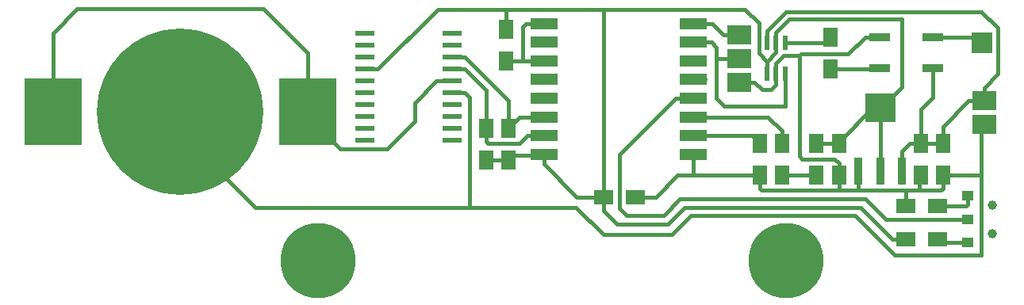
<source format=gtl>
G04 #@! TF.FileFunction,Copper,L1,Top,Signal*
%FSLAX46Y46*%
G04 Gerber Fmt 4.6, Leading zero omitted, Abs format (unit mm)*
G04 Created by KiCad (PCBNEW 4.0.1-stable) date 18/08/2016 12:20:34*
%MOMM*%
G01*
G04 APERTURE LIST*
%ADD10C,0.100000*%
%ADD11C,8.000000*%
%ADD12R,1.600000X2.000000*%
%ADD13R,2.000000X1.600000*%
%ADD14R,3.000000X1.200000*%
%ADD15R,2.500000X2.000000*%
%ADD16R,2.235200X2.235200*%
%ADD17R,1.200000X1.000000*%
%ADD18C,1.000000*%
%ADD19R,0.950000X3.000000*%
%ADD20R,3.250000X3.150000*%
%ADD21R,2.000000X0.600000*%
%ADD22R,0.550000X1.500000*%
%ADD23R,2.300000X0.900000*%
%ADD24R,6.096000X7.112000*%
%ADD25C,17.780000*%
%ADD26C,0.400000*%
G04 APERTURE END LIST*
D10*
D11*
X32100000Y5400000D03*
D12*
X98800000Y17870000D03*
X98800000Y14470000D03*
X96450000Y17870000D03*
X96450000Y14470000D03*
X87700000Y17870000D03*
X87700000Y14470000D03*
D13*
X62550000Y12170000D03*
X65950000Y12170000D03*
D12*
X85300000Y14470000D03*
X85300000Y17870000D03*
D14*
X56200000Y30720000D03*
X56200000Y28720000D03*
X56200000Y26720000D03*
X56200000Y24720000D03*
X56200000Y22720000D03*
X56200000Y20720000D03*
X56200000Y18720000D03*
X56200000Y16720000D03*
X72200000Y16720000D03*
X72200000Y18720000D03*
X72200000Y22720000D03*
X72200000Y24720000D03*
X72200000Y26720000D03*
X72200000Y28720000D03*
X72200000Y30720000D03*
X72200000Y20720000D03*
D15*
X103200000Y19920000D03*
X103200000Y22460000D03*
D16*
X102950000Y28620000D03*
D15*
X77050000Y29520000D03*
X77050000Y26980000D03*
X77050000Y24440000D03*
D12*
X52200000Y30120000D03*
X52200000Y26720000D03*
X79250000Y17870000D03*
X79250000Y14470000D03*
D13*
X98250000Y7670000D03*
X94850000Y7670000D03*
X94850000Y11170000D03*
X98250000Y11170000D03*
D12*
X86800000Y25870000D03*
X86800000Y29270000D03*
X50050000Y16120000D03*
X50050000Y19520000D03*
X52400000Y16120000D03*
X52400000Y19520000D03*
X81600000Y14470000D03*
X81600000Y17870000D03*
D17*
X101450000Y7270000D03*
X101450000Y9770000D03*
X101450000Y12270000D03*
D18*
X104050000Y8270000D03*
X104050000Y11270000D03*
D19*
X89800000Y14970000D03*
X92100000Y14970000D03*
X94400000Y14970000D03*
D20*
X92100000Y21695000D03*
D21*
X37100000Y29635000D03*
X37100000Y28365000D03*
X37100000Y27095000D03*
X37100000Y25825000D03*
X37100000Y24555000D03*
X37100000Y23285000D03*
X37100000Y22015000D03*
X37100000Y20745000D03*
X37100000Y19475000D03*
X37100000Y18205000D03*
X46400000Y18205000D03*
X46400000Y19475000D03*
X46400000Y20745000D03*
X46400000Y22015000D03*
X46400000Y23285000D03*
X46400000Y24555000D03*
X46400000Y25825000D03*
X46400000Y27095000D03*
X46400000Y28365000D03*
X46400000Y29635000D03*
D22*
X80050000Y25320000D03*
X81000000Y25320000D03*
X81950000Y25320000D03*
X81950000Y28620000D03*
X81000000Y28620000D03*
X80050000Y28620000D03*
D23*
X97750000Y25970000D03*
X97750000Y29270000D03*
X92050000Y25970000D03*
X92050000Y29270000D03*
D24*
X3811000Y21320000D03*
D25*
X17400000Y21320000D03*
D24*
X30989000Y21320000D03*
D11*
X82100000Y5400000D03*
D26*
X44735000Y24555000D02*
X46400000Y24555000D01*
X42400000Y22220000D02*
X44735000Y24555000D01*
X42400000Y20270000D02*
X42400000Y22220000D01*
X39434999Y17304999D02*
X42400000Y20270000D01*
X34496001Y17304999D02*
X39434999Y17304999D01*
X30989000Y20812000D02*
X34496001Y17304999D01*
X30989000Y21320000D02*
X30989000Y20812000D01*
X3811000Y21320000D02*
X3811000Y29681000D01*
X3811000Y29681000D02*
X6400000Y32270000D01*
X6400000Y32270000D02*
X26300000Y32270000D01*
X30989000Y27581000D02*
X30989000Y21320000D01*
X26300000Y32270000D02*
X30989000Y27581000D01*
X81000000Y25320000D02*
X81000000Y24164998D01*
X81000000Y24164998D02*
X80455002Y23620000D01*
X80455002Y23620000D02*
X79520000Y23620000D01*
X79520000Y23620000D02*
X78700000Y24440000D01*
X78700000Y24440000D02*
X77050000Y24440000D01*
X87700000Y14470000D02*
X87700000Y15770000D01*
X87700000Y15770000D02*
X87250000Y16220000D01*
X87250000Y16220000D02*
X83800000Y16220000D01*
X83800000Y16220000D02*
X83500021Y16519979D01*
X83500021Y16519979D02*
X83500021Y27269999D01*
X98800000Y14470000D02*
X102900000Y14470000D01*
X102900000Y14470000D02*
X102900000Y14919132D01*
X102900000Y13258225D02*
X102900000Y14919132D01*
X102900000Y14919132D02*
X102900000Y19720000D01*
X96450000Y14470000D02*
X96300000Y14320000D01*
X96300000Y14320000D02*
X96300000Y12920000D01*
X96300000Y12920000D02*
X96249999Y12869999D01*
X98800000Y14470000D02*
X98800000Y13070000D01*
X98800000Y13070000D02*
X98599999Y12869999D01*
X98599999Y12869999D02*
X96249999Y12869999D01*
X83500021Y27269999D02*
X83700023Y27470001D01*
X83700023Y27470001D02*
X88700001Y27470001D01*
X90500000Y29270000D02*
X92050000Y29270000D01*
X88700001Y27470001D02*
X90500000Y29270000D01*
X81000000Y26470000D02*
X81799999Y27269999D01*
X81000000Y25320000D02*
X81000000Y26470000D01*
X79250000Y14270000D02*
X79250000Y14470000D01*
X79250000Y14670000D02*
X79250000Y14470000D01*
X87699999Y12869999D02*
X87370766Y12869999D01*
X87700000Y14470000D02*
X87699999Y12869999D01*
X81799999Y27269999D02*
X83500021Y27269999D01*
X71300000Y16720000D02*
X72200000Y16720000D01*
X72200000Y16720000D02*
X73100000Y16720000D01*
X79250000Y13070000D02*
X79250000Y14470000D01*
X79450001Y12869999D02*
X79250000Y13070000D01*
X87370766Y12869999D02*
X79450001Y12869999D01*
X79250000Y14470000D02*
X73450000Y14470000D01*
X95050000Y11170000D02*
X94850000Y11170000D01*
X72200000Y14470000D02*
X72200000Y16720000D01*
X73450000Y14470000D02*
X72200000Y14470000D01*
X89800000Y12911799D02*
X89758200Y12869999D01*
X89800000Y14970000D02*
X89800000Y12911799D01*
X89758200Y12869999D02*
X87370766Y12869999D01*
X94106197Y12869999D02*
X89758200Y12869999D01*
X96249999Y12869999D02*
X94106197Y12869999D01*
X94850000Y12869999D02*
X94106197Y12869999D01*
X94850000Y11170000D02*
X94850000Y12869999D01*
X70450000Y14470000D02*
X72200000Y14470000D01*
X68150000Y12170000D02*
X70450000Y14470000D01*
X65950000Y12170000D02*
X68150000Y12170000D01*
X103100000Y19920000D02*
X103200000Y19920000D01*
X102900000Y19720000D02*
X103100000Y19920000D01*
X17400000Y19120000D02*
X25450000Y11070000D01*
X17400000Y21320000D02*
X17400000Y19120000D01*
X25450000Y11070000D02*
X50168946Y11070000D01*
X48300000Y11070000D02*
X50168946Y11070000D01*
X48300000Y22785000D02*
X48300000Y11070000D01*
X47800000Y23285000D02*
X48300000Y22785000D01*
X46400000Y23285000D02*
X47800000Y23285000D01*
X50168946Y11070000D02*
X59650000Y11070000D01*
X92050000Y29270000D02*
X91350000Y29270000D01*
X93669998Y5970000D02*
X102900000Y5970000D01*
X71900000Y10170000D02*
X89469998Y10170000D01*
X69900000Y8170000D02*
X71900000Y10170000D01*
X102900000Y5970000D02*
X102900000Y13258225D01*
X62550000Y8170000D02*
X69900000Y8170000D01*
X89469998Y10170000D02*
X93669998Y5970000D01*
X59650000Y11070000D02*
X62550000Y8170000D01*
X80050000Y28620000D02*
X80050000Y29956386D01*
X80050000Y29956386D02*
X82063624Y31970010D01*
X82063624Y31970010D02*
X102915192Y31970010D01*
X102915192Y31970010D02*
X104667601Y30217601D01*
X104667601Y30217601D02*
X104667601Y25327601D01*
X104667601Y25327601D02*
X103200000Y23860000D01*
X103200000Y23860000D02*
X103200000Y22460000D01*
X96450000Y21520000D02*
X97750000Y22820000D01*
X97750000Y22820000D02*
X97750000Y25970000D01*
X96450000Y17870000D02*
X96450000Y21520000D01*
X101550000Y22460000D02*
X103200000Y22460000D01*
X98800000Y19710000D02*
X101550000Y22460000D01*
X98800000Y17870000D02*
X98800000Y19710000D01*
X96450000Y17870000D02*
X98800000Y17870000D01*
X94400000Y16870000D02*
X94400000Y14970000D01*
X94400000Y17020000D02*
X94400000Y16870000D01*
X95250000Y17870000D02*
X94400000Y17020000D01*
X96450000Y17870000D02*
X95250000Y17870000D01*
X103200000Y22570000D02*
X103200000Y22460000D01*
X85300000Y17870000D02*
X87700000Y17870000D01*
X94400000Y31170000D02*
X94400000Y23945000D01*
X94400000Y23945000D02*
X92150000Y21695000D01*
X82394998Y31170000D02*
X94400000Y31170000D01*
X81000000Y28620000D02*
X81000000Y29775002D01*
X81000000Y29775002D02*
X82394998Y31170000D01*
X92150000Y21695000D02*
X92100000Y21695000D01*
X91325000Y21695000D02*
X92100000Y21695000D01*
X87700000Y18070000D02*
X91325000Y21695000D01*
X87700000Y17870000D02*
X87700000Y18070000D01*
X92100000Y19720000D02*
X92100000Y14970000D01*
X92100000Y21695000D02*
X92100000Y19720000D01*
X80050000Y25320000D02*
X80050000Y26656386D01*
X80050000Y26656386D02*
X81000000Y27606386D01*
X81000000Y27606386D02*
X81000000Y28620000D01*
X52200000Y29920000D02*
X52200000Y30120000D01*
X51900000Y30220000D02*
X52200000Y29920000D01*
X52600000Y15920000D02*
X52400000Y16120000D01*
X50050000Y16120000D02*
X52400000Y16120000D01*
X56200000Y16720000D02*
X57100000Y16720000D01*
X79174999Y30725003D02*
X77680002Y32220000D01*
X79174999Y27531387D02*
X79174999Y30725003D01*
X80050000Y26656386D02*
X79174999Y27531387D01*
X77680002Y32220000D02*
X70519998Y32220000D01*
X94850000Y7670000D02*
X95050000Y7670000D01*
X56100000Y16620000D02*
X56200000Y16720000D01*
X52900000Y16620000D02*
X56100000Y16620000D01*
X52400000Y16120000D02*
X52900000Y16620000D01*
X70519998Y32220000D02*
X54100000Y32220000D01*
X38500000Y25825000D02*
X37100000Y25825000D01*
X44895000Y32220000D02*
X38500000Y25825000D01*
X54100000Y32220000D02*
X44895000Y32220000D01*
X52200000Y32220000D02*
X52200000Y30120000D01*
X54100000Y32220000D02*
X52200000Y32220000D01*
X62550000Y13370000D02*
X62550000Y12170000D01*
X62550000Y32220000D02*
X62550000Y13370000D01*
X70519998Y32220000D02*
X62550000Y32220000D01*
X56200000Y15720000D02*
X56200000Y16720000D01*
X59750000Y12170000D02*
X56200000Y15720000D01*
X62550000Y12170000D02*
X59750000Y12170000D01*
X90050000Y11070000D02*
X93450000Y7670000D01*
X71250000Y11070000D02*
X90050000Y11070000D01*
X69450000Y9270000D02*
X71250000Y11070000D01*
X64000000Y9270000D02*
X69450000Y9270000D01*
X62550000Y10720000D02*
X64000000Y9270000D01*
X93450000Y7670000D02*
X94850000Y7670000D01*
X62550000Y12170000D02*
X62550000Y10720000D01*
X56200000Y26720000D02*
X54300000Y26720000D01*
X53961380Y30381380D02*
X53961380Y26720000D01*
X54300000Y30720000D02*
X53961380Y30381380D01*
X56200000Y30720000D02*
X54300000Y30720000D01*
X53961380Y26720000D02*
X52200000Y26720000D01*
X54300000Y26720000D02*
X53961380Y26720000D01*
X55800000Y20320000D02*
X56200000Y20720000D01*
X52400000Y20920000D02*
X52400000Y19520000D01*
X52400000Y22495000D02*
X52400000Y20920000D01*
X47800000Y27095000D02*
X52400000Y22495000D01*
X46400000Y27095000D02*
X47800000Y27095000D01*
X53600000Y20720000D02*
X52400000Y19520000D01*
X56200000Y20720000D02*
X53600000Y20720000D01*
X56200000Y18720000D02*
X54450000Y18720000D01*
X54450000Y18720000D02*
X53649999Y17919999D01*
X53649999Y17919999D02*
X50250001Y17919999D01*
X50250001Y17919999D02*
X50050000Y18120000D01*
X50050000Y18120000D02*
X50050000Y19520000D01*
X56200000Y18720000D02*
X54980002Y18720000D01*
X55000000Y18620000D02*
X54950000Y18670000D01*
X55100000Y18720000D02*
X55000000Y18620000D01*
X56200000Y18720000D02*
X55100000Y18720000D01*
X50050000Y20920000D02*
X50050000Y19520000D01*
X50050000Y23575000D02*
X50050000Y20920000D01*
X47800000Y25825000D02*
X50050000Y23575000D01*
X46400000Y25825000D02*
X47800000Y25825000D01*
X79050000Y18070000D02*
X79250000Y17870000D01*
X78400000Y18720000D02*
X79250000Y17870000D01*
X72200000Y18720000D02*
X78400000Y18720000D01*
X92750001Y9769999D02*
X99349999Y9769999D01*
X90550000Y11970000D02*
X92750001Y9769999D01*
X70750000Y11970000D02*
X90550000Y11970000D01*
X69000000Y10220000D02*
X70750000Y11970000D01*
X65019998Y10220000D02*
X69000000Y10220000D01*
X64250000Y10989998D02*
X65019998Y10220000D01*
X64250000Y16670000D02*
X64250000Y10989998D01*
X99349999Y9769999D02*
X101450000Y9770000D01*
X70300000Y22720000D02*
X64250000Y16670000D01*
X72200000Y22720000D02*
X70300000Y22720000D01*
X77050000Y26980000D02*
X77050000Y26950000D01*
X77050000Y26950000D02*
X74650000Y26950000D01*
X74650000Y28170000D02*
X74650000Y26950000D01*
X74650000Y26950000D02*
X74650000Y22750000D01*
X72200000Y28720000D02*
X74100000Y28720000D01*
X74100000Y28720000D02*
X74650000Y28170000D01*
X74650000Y22750000D02*
X75500000Y21900000D01*
X75500000Y21900000D02*
X81950000Y21900000D01*
X81950000Y21900000D02*
X81950000Y25320000D01*
X81875001Y25245001D02*
X81950000Y25320000D01*
X76259998Y26980000D02*
X77050000Y26980000D01*
X76650000Y29920000D02*
X77050000Y29520000D01*
X74100000Y30720000D02*
X72200000Y30720000D01*
X74200000Y30720000D02*
X74100000Y30720000D01*
X75400000Y29520000D02*
X74200000Y30720000D01*
X77050000Y29520000D02*
X75400000Y29520000D01*
X72200000Y20720000D02*
X80150000Y20720000D01*
X80150000Y20720000D02*
X81600000Y19270000D01*
X81600000Y19270000D02*
X81600000Y17870000D01*
X97750000Y29270000D02*
X102300000Y29270000D01*
X102300000Y29270000D02*
X102950000Y28620000D01*
X101150000Y7570000D02*
X101450000Y7270000D01*
X98250000Y7670000D02*
X98350000Y7570000D01*
X98650000Y7270000D02*
X98250000Y7670000D01*
X101450000Y7270000D02*
X98650000Y7270000D01*
X98050000Y11170000D02*
X98250000Y11170000D01*
X101450000Y11370000D02*
X101450000Y12270000D01*
X101250000Y11170000D02*
X101450000Y11370000D01*
X98250000Y11170000D02*
X101250000Y11170000D01*
X86800000Y25870000D02*
X91950000Y25870000D01*
X91950000Y25870000D02*
X92050000Y25970000D01*
X81950000Y28145000D02*
X81950000Y28620000D01*
X86150000Y28620000D02*
X86800000Y29270000D01*
X81950000Y28620000D02*
X86150000Y28620000D01*
X81600000Y14470000D02*
X85300000Y14470000D01*
X85300000Y13989998D02*
X85300000Y14470000D01*
X72200000Y24720000D02*
X73400000Y24720000D01*
M02*

</source>
